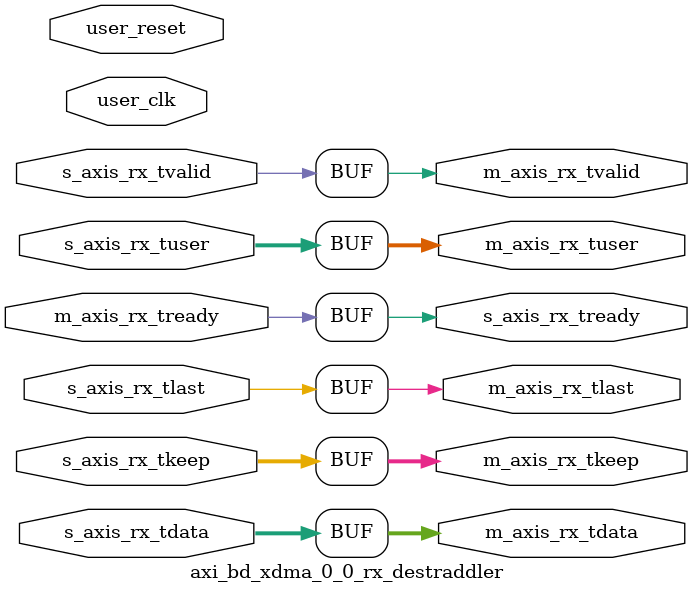
<source format=sv>


`timescale 1ps/1ps

module axi_bd_xdma_0_0_rx_destraddler #(
  parameter C_AXI_DATA_WIDTH = 64,                     // RX/TX interface data width
  parameter C_KEEP_WIDTH     = C_AXI_DATA_WIDTH/8,     // TKEEP width
  parameter TCQ              = 1                       // Clock to Q time

  ) (

  input                         user_clk,
  input                         user_reset,

  //-------------------------------------------------
  // AXI-S RX Interface from PCIe Hard Block
  //-------------------------------------------------
  input  [C_AXI_DATA_WIDTH-1:0] s_axis_rx_tdata,       // RX data
  input                         s_axis_rx_tvalid,      // RX data is valid
  output reg                    s_axis_rx_tready,      // RX ready for data
  input      [C_KEEP_WIDTH-1:0] s_axis_rx_tkeep,       // RX strobe byte enables
  input                         s_axis_rx_tlast,       // RX data is last
  input                  [21:0] s_axis_rx_tuser,       // RX user signals

  //-------------------------------------------------
  // AXI-S RX Interface to RX Demux
  //-------------------------------------------------
  output reg [C_AXI_DATA_WIDTH-1:0] m_axis_rx_tdata,       // RX data
  output reg                        m_axis_rx_tvalid,      // RX data is valid
  input                             m_axis_rx_tready,      // RX ready for data
  output reg    [C_KEEP_WIDTH-1:0]  m_axis_rx_tkeep,       // RX strobe byte enables
  output reg                        m_axis_rx_tlast,       // RX data is last
  output reg                [21:0]  m_axis_rx_tuser        // RX user signals

);

generate
if(C_AXI_DATA_WIDTH == 128) begin : data_width_128

  // Local parameters

  localparam NORMAL_PACKET    = 2'b00;
  localparam STRADDLED_PACKET = 2'b01;
  localparam THROTTLE_TLP     = 2'b10;

  // Wire and Register Declarations

  reg [1:0]  state;
  reg [63:0] prev_data_half;
  reg [7:0]  prev_keep_half;
  reg [21:0] prev_user_half;


  always @(posedge user_clk) begin

    if (user_reset) begin

      state <= #TCQ NORMAL_PACKET;

    end else begin

      if (m_axis_rx_tready) begin

        // Store higher DWs in case it's straddled packet
        prev_data_half <= #TCQ s_axis_rx_tdata[127:64];
        prev_keep_half <= #TCQ s_axis_rx_tkeep[15:8];
        prev_user_half <= #TCQ s_axis_rx_tuser;

        case (state)

        NORMAL_PACKET: begin

          if (s_axis_rx_tuser[14] && s_axis_rx_tuser[13]) begin // SOF && Start @ DW2/3

            state           <= #TCQ STRADDLED_PACKET;

          end

        end // NORMAL_PACKET

        STRADDLED_PACKET: begin

          if (s_axis_rx_tuser[21] && !s_axis_rx_tuser[14]) begin // EOF && !SOF

            if (s_axis_rx_tuser[20]) begin          // EOF @ DW2/3
              state           <= #TCQ THROTTLE_TLP;
            end else begin                          // EOF @ DW0/1
              state           <= #TCQ NORMAL_PACKET;
            end

          end // EOF && !SOF

          // Note for all possible conditions in this state:
          // else if EOF && SOF  : SOF can only start @ DW2/3, so EOF can only be @ DW0/1. Stay in this state
          // else if !EOF && SOF : Will never have SOF only in this state. Stay in this state
          // else if !EOF && !SOF: No change. Stay in this state

        end // STRADDLED_PACKET

        THROTTLE_TLP: begin

          state <= #TCQ NORMAL_PACKET;

        end // THROTTLE_TLP

        default: begin

          state <= #TCQ NORMAL_PACKET;

        end // default

        endcase

      end // s_axis_rx_tready
    end // reset
  end // always

  always @(*) begin

      case (state)

      NORMAL_PACKET: begin

        m_axis_rx_tdata  = s_axis_rx_tdata;
        m_axis_rx_tvalid = s_axis_rx_tvalid;
        s_axis_rx_tready = m_axis_rx_tready;
        m_axis_rx_tkeep  =   (s_axis_rx_tuser[20:19] == 2'b00) ? 16'h000F :
                           ( (s_axis_rx_tuser[20:19] == 2'b01) ? 16'h00FF :
                           ( (s_axis_rx_tuser[20:19] == 2'b10) ? 16'h0FFF :
                                                                 16'hFFFF ));

        m_axis_rx_tlast  = s_axis_rx_tuser[21];

        // If EOF or (EOF and SOF), zero out SOF field. If SOF, the EOF field is already zero in this state
        m_axis_rx_tuser  = s_axis_rx_tuser[21] ? ( {s_axis_rx_tuser[21:15], 5'b0, s_axis_rx_tuser[9:0]} ) :
                                                 ( s_axis_rx_tuser                                      ) ;

      end

      STRADDLED_PACKET: begin

        m_axis_rx_tdata  = {s_axis_rx_tdata[63:0], prev_data_half};
        m_axis_rx_tvalid = s_axis_rx_tvalid;
        s_axis_rx_tready = m_axis_rx_tready;

        m_axis_rx_tkeep  = { ((s_axis_rx_tuser[20:19] == 2'b00) ? 8'h0F : 8'hFF),
                             8'hFF
                           };

      //  m_axis_rx_tlast  = (s_axis_rx_tuser[21] && s_axis_rx_tuser[20]) ? 1'b0 : 1'b1;
         m_axis_rx_tlast  = s_axis_rx_tuser[20] ? 1'b0 : 1'b1;

        // If SOF seen previously, zero out EOF. If EOF or (EOF and SOF) currently, zero out SOF field.
        m_axis_rx_tuser  = prev_user_half[14] ? {5'b0, prev_user_half[16:0]} :
                                                ( s_axis_rx_tuser[21] ? ( {s_axis_rx_tuser[21:15], 5'b0, s_axis_rx_tuser[9:0]} ) :
                                                                        ( s_axis_rx_tuser                                      )
                                                );

      end

      THROTTLE_TLP: begin

        m_axis_rx_tdata  = {64'h0, prev_data_half};
        m_axis_rx_tvalid = 1'b1;
        s_axis_rx_tready = 1'b0;

        m_axis_rx_tkeep  = { 8'h0, 
                             ((prev_user_half[20:19] == 2'b10) ? 8'h0F : 8'hFF)
                           };

        m_axis_rx_tlast  = 1'b1;
        m_axis_rx_tuser  = {prev_user_half[21:15], 5'b0, prev_user_half[9:0]}; // Zero out SOF field

      end

      default: begin

        m_axis_rx_tdata  = s_axis_rx_tdata;
        m_axis_rx_tvalid = s_axis_rx_tvalid;
        s_axis_rx_tready = m_axis_rx_tready;
        m_axis_rx_tkeep  = s_axis_rx_tkeep;
        m_axis_rx_tlast  = s_axis_rx_tuser[21];
        m_axis_rx_tuser  = s_axis_rx_tuser;

      end

      endcase

  end // always

end // data_width_128
else begin: data_width_64

  // No straddling in 64-bit mode. Pass through all signals as is
  always @(*) begin

    m_axis_rx_tdata  = s_axis_rx_tdata;
    m_axis_rx_tvalid = s_axis_rx_tvalid;
    s_axis_rx_tready = m_axis_rx_tready;
    m_axis_rx_tkeep  = s_axis_rx_tkeep;
    m_axis_rx_tlast  = s_axis_rx_tlast;
    m_axis_rx_tuser  = s_axis_rx_tuser;

  end // always

end // data_width_64
endgenerate

endmodule

</source>
